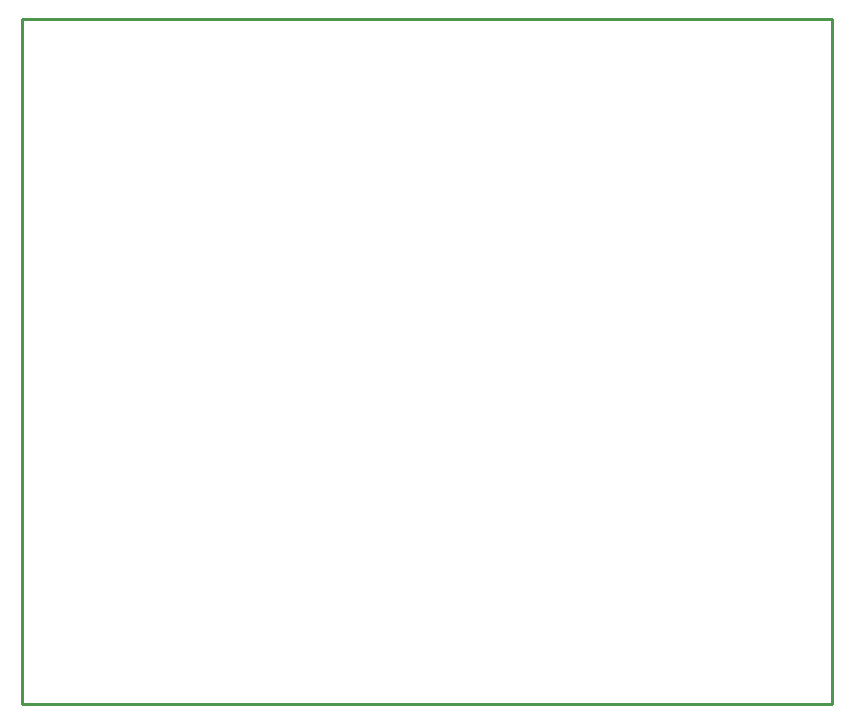
<source format=gko>
G04 Layer: BoardOutline*
G04 EasyEDA v6.3.41, 2020-05-05T11:48:15+01:00*
G04 2ec71008dff244c88071119ef016d080,e9fa969840cb4916a94017553220f78b,10*
G04 Gerber Generator version 0.2*
G04 Scale: 100 percent, Rotated: No, Reflected: No *
G04 Dimensions in millimeters *
G04 leading zeros omitted , absolute positions ,3 integer and 3 decimal *
%FSLAX33Y33*%
%MOMM*%
G90*
G71D02*

%ADD10C,0.254000*%
G54D10*
G01X0Y0D02*
G01X0Y58039D01*
G01X68580Y58039D01*
G01X68580Y0D01*
G01X68580Y0D02*
G01X0Y0D01*

%LPD*%
M00*
M02*

</source>
